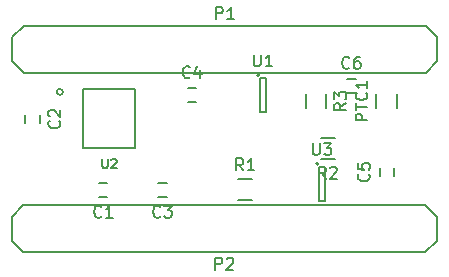
<source format=gbr>
G04 #@! TF.FileFunction,Legend,Top*
%FSLAX46Y46*%
G04 Gerber Fmt 4.6, Leading zero omitted, Abs format (unit mm)*
G04 Created by KiCad (PCBNEW 4.0.2-4+6225~38~ubuntu14.04.1-stable) date lun 04 abr 2016 12:34:46 ART*
%MOMM*%
G01*
G04 APERTURE LIST*
%ADD10C,0.100000*%
%ADD11C,0.203200*%
%ADD12C,0.150000*%
%ADD13C,0.152400*%
G04 APERTURE END LIST*
D10*
D11*
X137563000Y-100714000D02*
G75*
G03X137563000Y-100714000I-254000J0D01*
G01*
X143699640Y-100500640D02*
X139300360Y-100500640D01*
X139300360Y-100500640D02*
X139300360Y-105499360D01*
X139300360Y-105499360D02*
X143699640Y-105499360D01*
X143699640Y-105499360D02*
X143699640Y-100500640D01*
D12*
X133290000Y-98100000D02*
X134290000Y-99100000D01*
X133290000Y-96100000D02*
X133290000Y-98100000D01*
X134290000Y-95100000D02*
X133290000Y-96100000D01*
X168290000Y-95100000D02*
X134290000Y-95100000D01*
X169290000Y-96100000D02*
X168290000Y-95100000D01*
X169290000Y-98100000D02*
X169290000Y-96100000D01*
X168290000Y-99100000D02*
X169290000Y-98100000D01*
X134290000Y-99100000D02*
X168290000Y-99100000D01*
X169230000Y-111300000D02*
X168230000Y-110300000D01*
X169230000Y-113300000D02*
X169230000Y-111300000D01*
X168230000Y-114300000D02*
X169230000Y-113300000D01*
X134230000Y-114300000D02*
X168230000Y-114300000D01*
X133230000Y-113300000D02*
X134230000Y-114300000D01*
X133230000Y-111300000D02*
X133230000Y-113300000D01*
X134230000Y-110300000D02*
X133230000Y-111300000D01*
X168230000Y-110300000D02*
X134230000Y-110300000D01*
X165875000Y-100900000D02*
X165875000Y-102100000D01*
X164125000Y-102100000D02*
X164125000Y-100900000D01*
X153600000Y-109875000D02*
X152400000Y-109875000D01*
X152400000Y-108125000D02*
X153600000Y-108125000D01*
X159400000Y-104625000D02*
X160600000Y-104625000D01*
X160600000Y-106375000D02*
X159400000Y-106375000D01*
X158125000Y-102100000D02*
X158125000Y-100900000D01*
X159875000Y-100900000D02*
X159875000Y-102100000D01*
X154200000Y-99300000D02*
G75*
G03X154200000Y-99300000I-100000J0D01*
G01*
X154750000Y-99550000D02*
X154250000Y-99550000D01*
X154750000Y-102450000D02*
X154750000Y-99550000D01*
X154250000Y-102450000D02*
X154750000Y-102450000D01*
X154250000Y-99550000D02*
X154250000Y-102450000D01*
X159200000Y-106800000D02*
G75*
G03X159200000Y-106800000I-100000J0D01*
G01*
X159750000Y-107050000D02*
X159250000Y-107050000D01*
X159750000Y-109950000D02*
X159750000Y-107050000D01*
X159250000Y-109950000D02*
X159750000Y-109950000D01*
X159250000Y-107050000D02*
X159250000Y-109950000D01*
X141350000Y-109600000D02*
X140650000Y-109600000D01*
X140650000Y-108400000D02*
X141350000Y-108400000D01*
X135600000Y-102650000D02*
X135600000Y-103350000D01*
X134400000Y-103350000D02*
X134400000Y-102650000D01*
X146350000Y-109600000D02*
X145650000Y-109600000D01*
X145650000Y-108400000D02*
X146350000Y-108400000D01*
X148150000Y-100400000D02*
X148850000Y-100400000D01*
X148850000Y-101600000D02*
X148150000Y-101600000D01*
X164400000Y-107850000D02*
X164400000Y-107150000D01*
X165600000Y-107150000D02*
X165600000Y-107850000D01*
X161650000Y-99600000D02*
X162350000Y-99600000D01*
X162350000Y-100800000D02*
X161650000Y-100800000D01*
D13*
X140919429Y-106392714D02*
X140919429Y-107009571D01*
X140955714Y-107082143D01*
X140992000Y-107118429D01*
X141064571Y-107154714D01*
X141209714Y-107154714D01*
X141282286Y-107118429D01*
X141318571Y-107082143D01*
X141354857Y-107009571D01*
X141354857Y-106392714D01*
X141681429Y-106465286D02*
X141717715Y-106429000D01*
X141790286Y-106392714D01*
X141971715Y-106392714D01*
X142044286Y-106429000D01*
X142080572Y-106465286D01*
X142116857Y-106537857D01*
X142116857Y-106610429D01*
X142080572Y-106719286D01*
X141645143Y-107154714D01*
X142116857Y-107154714D01*
D12*
X150551905Y-94552381D02*
X150551905Y-93552381D01*
X150932858Y-93552381D01*
X151028096Y-93600000D01*
X151075715Y-93647619D01*
X151123334Y-93742857D01*
X151123334Y-93885714D01*
X151075715Y-93980952D01*
X151028096Y-94028571D01*
X150932858Y-94076190D01*
X150551905Y-94076190D01*
X152075715Y-94552381D02*
X151504286Y-94552381D01*
X151790000Y-94552381D02*
X151790000Y-93552381D01*
X151694762Y-93695238D01*
X151599524Y-93790476D01*
X151504286Y-93838095D01*
X150491905Y-115752381D02*
X150491905Y-114752381D01*
X150872858Y-114752381D01*
X150968096Y-114800000D01*
X151015715Y-114847619D01*
X151063334Y-114942857D01*
X151063334Y-115085714D01*
X151015715Y-115180952D01*
X150968096Y-115228571D01*
X150872858Y-115276190D01*
X150491905Y-115276190D01*
X151444286Y-114847619D02*
X151491905Y-114800000D01*
X151587143Y-114752381D01*
X151825239Y-114752381D01*
X151920477Y-114800000D01*
X151968096Y-114847619D01*
X152015715Y-114942857D01*
X152015715Y-115038095D01*
X151968096Y-115180952D01*
X151396667Y-115752381D01*
X152015715Y-115752381D01*
X163352381Y-103119048D02*
X162352381Y-103119048D01*
X162352381Y-102738095D01*
X162400000Y-102642857D01*
X162447619Y-102595238D01*
X162542857Y-102547619D01*
X162685714Y-102547619D01*
X162780952Y-102595238D01*
X162828571Y-102642857D01*
X162876190Y-102738095D01*
X162876190Y-103119048D01*
X162352381Y-102261905D02*
X162352381Y-101690476D01*
X163352381Y-101976191D02*
X162352381Y-101976191D01*
X163257143Y-100785714D02*
X163304762Y-100833333D01*
X163352381Y-100976190D01*
X163352381Y-101071428D01*
X163304762Y-101214286D01*
X163209524Y-101309524D01*
X163114286Y-101357143D01*
X162923810Y-101404762D01*
X162780952Y-101404762D01*
X162590476Y-101357143D01*
X162495238Y-101309524D01*
X162400000Y-101214286D01*
X162352381Y-101071428D01*
X162352381Y-100976190D01*
X162400000Y-100833333D01*
X162447619Y-100785714D01*
X163352381Y-99833333D02*
X163352381Y-100404762D01*
X163352381Y-100119048D02*
X162352381Y-100119048D01*
X162495238Y-100214286D01*
X162590476Y-100309524D01*
X162638095Y-100404762D01*
X152833334Y-107352381D02*
X152500000Y-106876190D01*
X152261905Y-107352381D02*
X152261905Y-106352381D01*
X152642858Y-106352381D01*
X152738096Y-106400000D01*
X152785715Y-106447619D01*
X152833334Y-106542857D01*
X152833334Y-106685714D01*
X152785715Y-106780952D01*
X152738096Y-106828571D01*
X152642858Y-106876190D01*
X152261905Y-106876190D01*
X153785715Y-107352381D02*
X153214286Y-107352381D01*
X153500000Y-107352381D02*
X153500000Y-106352381D01*
X153404762Y-106495238D01*
X153309524Y-106590476D01*
X153214286Y-106638095D01*
X159833334Y-108052381D02*
X159500000Y-107576190D01*
X159261905Y-108052381D02*
X159261905Y-107052381D01*
X159642858Y-107052381D01*
X159738096Y-107100000D01*
X159785715Y-107147619D01*
X159833334Y-107242857D01*
X159833334Y-107385714D01*
X159785715Y-107480952D01*
X159738096Y-107528571D01*
X159642858Y-107576190D01*
X159261905Y-107576190D01*
X160214286Y-107147619D02*
X160261905Y-107100000D01*
X160357143Y-107052381D01*
X160595239Y-107052381D01*
X160690477Y-107100000D01*
X160738096Y-107147619D01*
X160785715Y-107242857D01*
X160785715Y-107338095D01*
X160738096Y-107480952D01*
X160166667Y-108052381D01*
X160785715Y-108052381D01*
X161552381Y-101666666D02*
X161076190Y-102000000D01*
X161552381Y-102238095D02*
X160552381Y-102238095D01*
X160552381Y-101857142D01*
X160600000Y-101761904D01*
X160647619Y-101714285D01*
X160742857Y-101666666D01*
X160885714Y-101666666D01*
X160980952Y-101714285D01*
X161028571Y-101761904D01*
X161076190Y-101857142D01*
X161076190Y-102238095D01*
X160552381Y-101333333D02*
X160552381Y-100714285D01*
X160933333Y-101047619D01*
X160933333Y-100904761D01*
X160980952Y-100809523D01*
X161028571Y-100761904D01*
X161123810Y-100714285D01*
X161361905Y-100714285D01*
X161457143Y-100761904D01*
X161504762Y-100809523D01*
X161552381Y-100904761D01*
X161552381Y-101190476D01*
X161504762Y-101285714D01*
X161457143Y-101333333D01*
X153738095Y-97552381D02*
X153738095Y-98361905D01*
X153785714Y-98457143D01*
X153833333Y-98504762D01*
X153928571Y-98552381D01*
X154119048Y-98552381D01*
X154214286Y-98504762D01*
X154261905Y-98457143D01*
X154309524Y-98361905D01*
X154309524Y-97552381D01*
X155309524Y-98552381D02*
X154738095Y-98552381D01*
X155023809Y-98552381D02*
X155023809Y-97552381D01*
X154928571Y-97695238D01*
X154833333Y-97790476D01*
X154738095Y-97838095D01*
X158738095Y-105052381D02*
X158738095Y-105861905D01*
X158785714Y-105957143D01*
X158833333Y-106004762D01*
X158928571Y-106052381D01*
X159119048Y-106052381D01*
X159214286Y-106004762D01*
X159261905Y-105957143D01*
X159309524Y-105861905D01*
X159309524Y-105052381D01*
X159690476Y-105052381D02*
X160309524Y-105052381D01*
X159976190Y-105433333D01*
X160119048Y-105433333D01*
X160214286Y-105480952D01*
X160261905Y-105528571D01*
X160309524Y-105623810D01*
X160309524Y-105861905D01*
X160261905Y-105957143D01*
X160214286Y-106004762D01*
X160119048Y-106052381D01*
X159833333Y-106052381D01*
X159738095Y-106004762D01*
X159690476Y-105957143D01*
X140833334Y-111257143D02*
X140785715Y-111304762D01*
X140642858Y-111352381D01*
X140547620Y-111352381D01*
X140404762Y-111304762D01*
X140309524Y-111209524D01*
X140261905Y-111114286D01*
X140214286Y-110923810D01*
X140214286Y-110780952D01*
X140261905Y-110590476D01*
X140309524Y-110495238D01*
X140404762Y-110400000D01*
X140547620Y-110352381D01*
X140642858Y-110352381D01*
X140785715Y-110400000D01*
X140833334Y-110447619D01*
X141785715Y-111352381D02*
X141214286Y-111352381D01*
X141500000Y-111352381D02*
X141500000Y-110352381D01*
X141404762Y-110495238D01*
X141309524Y-110590476D01*
X141214286Y-110638095D01*
X137257143Y-103166666D02*
X137304762Y-103214285D01*
X137352381Y-103357142D01*
X137352381Y-103452380D01*
X137304762Y-103595238D01*
X137209524Y-103690476D01*
X137114286Y-103738095D01*
X136923810Y-103785714D01*
X136780952Y-103785714D01*
X136590476Y-103738095D01*
X136495238Y-103690476D01*
X136400000Y-103595238D01*
X136352381Y-103452380D01*
X136352381Y-103357142D01*
X136400000Y-103214285D01*
X136447619Y-103166666D01*
X136447619Y-102785714D02*
X136400000Y-102738095D01*
X136352381Y-102642857D01*
X136352381Y-102404761D01*
X136400000Y-102309523D01*
X136447619Y-102261904D01*
X136542857Y-102214285D01*
X136638095Y-102214285D01*
X136780952Y-102261904D01*
X137352381Y-102833333D01*
X137352381Y-102214285D01*
X145833334Y-111257143D02*
X145785715Y-111304762D01*
X145642858Y-111352381D01*
X145547620Y-111352381D01*
X145404762Y-111304762D01*
X145309524Y-111209524D01*
X145261905Y-111114286D01*
X145214286Y-110923810D01*
X145214286Y-110780952D01*
X145261905Y-110590476D01*
X145309524Y-110495238D01*
X145404762Y-110400000D01*
X145547620Y-110352381D01*
X145642858Y-110352381D01*
X145785715Y-110400000D01*
X145833334Y-110447619D01*
X146166667Y-110352381D02*
X146785715Y-110352381D01*
X146452381Y-110733333D01*
X146595239Y-110733333D01*
X146690477Y-110780952D01*
X146738096Y-110828571D01*
X146785715Y-110923810D01*
X146785715Y-111161905D01*
X146738096Y-111257143D01*
X146690477Y-111304762D01*
X146595239Y-111352381D01*
X146309524Y-111352381D01*
X146214286Y-111304762D01*
X146166667Y-111257143D01*
X148333334Y-99457143D02*
X148285715Y-99504762D01*
X148142858Y-99552381D01*
X148047620Y-99552381D01*
X147904762Y-99504762D01*
X147809524Y-99409524D01*
X147761905Y-99314286D01*
X147714286Y-99123810D01*
X147714286Y-98980952D01*
X147761905Y-98790476D01*
X147809524Y-98695238D01*
X147904762Y-98600000D01*
X148047620Y-98552381D01*
X148142858Y-98552381D01*
X148285715Y-98600000D01*
X148333334Y-98647619D01*
X149190477Y-98885714D02*
X149190477Y-99552381D01*
X148952381Y-98504762D02*
X148714286Y-99219048D01*
X149333334Y-99219048D01*
X163457143Y-107666666D02*
X163504762Y-107714285D01*
X163552381Y-107857142D01*
X163552381Y-107952380D01*
X163504762Y-108095238D01*
X163409524Y-108190476D01*
X163314286Y-108238095D01*
X163123810Y-108285714D01*
X162980952Y-108285714D01*
X162790476Y-108238095D01*
X162695238Y-108190476D01*
X162600000Y-108095238D01*
X162552381Y-107952380D01*
X162552381Y-107857142D01*
X162600000Y-107714285D01*
X162647619Y-107666666D01*
X162552381Y-106761904D02*
X162552381Y-107238095D01*
X163028571Y-107285714D01*
X162980952Y-107238095D01*
X162933333Y-107142857D01*
X162933333Y-106904761D01*
X162980952Y-106809523D01*
X163028571Y-106761904D01*
X163123810Y-106714285D01*
X163361905Y-106714285D01*
X163457143Y-106761904D01*
X163504762Y-106809523D01*
X163552381Y-106904761D01*
X163552381Y-107142857D01*
X163504762Y-107238095D01*
X163457143Y-107285714D01*
X161833334Y-98657143D02*
X161785715Y-98704762D01*
X161642858Y-98752381D01*
X161547620Y-98752381D01*
X161404762Y-98704762D01*
X161309524Y-98609524D01*
X161261905Y-98514286D01*
X161214286Y-98323810D01*
X161214286Y-98180952D01*
X161261905Y-97990476D01*
X161309524Y-97895238D01*
X161404762Y-97800000D01*
X161547620Y-97752381D01*
X161642858Y-97752381D01*
X161785715Y-97800000D01*
X161833334Y-97847619D01*
X162690477Y-97752381D02*
X162500000Y-97752381D01*
X162404762Y-97800000D01*
X162357143Y-97847619D01*
X162261905Y-97990476D01*
X162214286Y-98180952D01*
X162214286Y-98561905D01*
X162261905Y-98657143D01*
X162309524Y-98704762D01*
X162404762Y-98752381D01*
X162595239Y-98752381D01*
X162690477Y-98704762D01*
X162738096Y-98657143D01*
X162785715Y-98561905D01*
X162785715Y-98323810D01*
X162738096Y-98228571D01*
X162690477Y-98180952D01*
X162595239Y-98133333D01*
X162404762Y-98133333D01*
X162309524Y-98180952D01*
X162261905Y-98228571D01*
X162214286Y-98323810D01*
M02*

</source>
